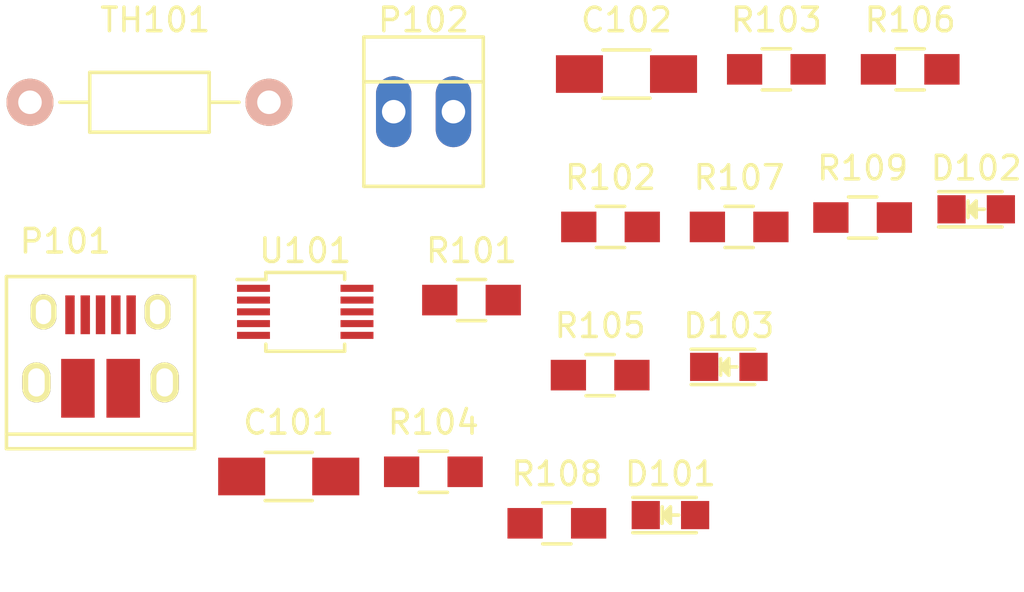
<source format=kicad_pcb>
(kicad_pcb (version 4) (host pcbnew 4.0.2-stable)

  (general
    (links 38)
    (no_connects 38)
    (area 0 0 0 0)
    (thickness 1.6)
    (drawings 0)
    (tracks 0)
    (zones 0)
    (modules 18)
    (nets 16)
  )

  (page A4)
  (layers
    (0 F.Cu signal)
    (31 B.Cu signal)
    (32 B.Adhes user)
    (33 F.Adhes user)
    (34 B.Paste user)
    (35 F.Paste user)
    (36 B.SilkS user)
    (37 F.SilkS user)
    (38 B.Mask user)
    (39 F.Mask user)
    (40 Dwgs.User user)
    (41 Cmts.User user)
    (42 Eco1.User user)
    (43 Eco2.User user)
    (44 Edge.Cuts user)
    (45 Margin user)
    (46 B.CrtYd user)
    (47 F.CrtYd user)
    (48 B.Fab user)
    (49 F.Fab user)
  )

  (setup
    (last_trace_width 0.25)
    (trace_clearance 0.2)
    (zone_clearance 0.508)
    (zone_45_only no)
    (trace_min 0.2)
    (segment_width 0.2)
    (edge_width 0.15)
    (via_size 0.6)
    (via_drill 0.4)
    (via_min_size 0.4)
    (via_min_drill 0.3)
    (uvia_size 0.3)
    (uvia_drill 0.1)
    (uvias_allowed no)
    (uvia_min_size 0.2)
    (uvia_min_drill 0.1)
    (pcb_text_width 0.3)
    (pcb_text_size 1.5 1.5)
    (mod_edge_width 0.15)
    (mod_text_size 1 1)
    (mod_text_width 0.15)
    (pad_size 1.524 1.524)
    (pad_drill 0.762)
    (pad_to_mask_clearance 0.2)
    (aux_axis_origin 0 0)
    (visible_elements FFFFFF7F)
    (pcbplotparams
      (layerselection 0x00030_80000001)
      (usegerberextensions false)
      (excludeedgelayer true)
      (linewidth 0.100000)
      (plotframeref false)
      (viasonmask false)
      (mode 1)
      (useauxorigin false)
      (hpglpennumber 1)
      (hpglpenspeed 20)
      (hpglpendiameter 15)
      (hpglpenoverlay 2)
      (psnegative false)
      (psa4output false)
      (plotreference true)
      (plotvalue true)
      (plotinvisibletext false)
      (padsonsilk false)
      (subtractmaskfromsilk false)
      (outputformat 1)
      (mirror false)
      (drillshape 1)
      (scaleselection 1)
      (outputdirectory ""))
  )

  (net 0 "")
  (net 1 /Vdd)
  (net 2 GND)
  (net 3 /Vbat)
  (net 4 "Net-(D101-Pad1)")
  (net 5 "Net-(D102-Pad1)")
  (net 6 "Net-(D103-Pad1)")
  (net 7 "Net-(P101-Pad2)")
  (net 8 "Net-(P101-Pad3)")
  (net 9 "Net-(P101-Pad4)")
  (net 10 "Net-(R104-Pad2)")
  (net 11 "Net-(R105-Pad2)")
  (net 12 "Net-(R106-Pad2)")
  (net 13 "Net-(R107-Pad1)")
  (net 14 "Net-(R108-Pad1)")
  (net 15 "Net-(R108-Pad2)")

  (net_class Default "This is the default net class."
    (clearance 0.2)
    (trace_width 0.25)
    (via_dia 0.6)
    (via_drill 0.4)
    (uvia_dia 0.3)
    (uvia_drill 0.1)
    (add_net /Vbat)
    (add_net /Vdd)
    (add_net GND)
    (add_net "Net-(D101-Pad1)")
    (add_net "Net-(D102-Pad1)")
    (add_net "Net-(D103-Pad1)")
    (add_net "Net-(P101-Pad2)")
    (add_net "Net-(P101-Pad3)")
    (add_net "Net-(P101-Pad4)")
    (add_net "Net-(R104-Pad2)")
    (add_net "Net-(R105-Pad2)")
    (add_net "Net-(R106-Pad2)")
    (add_net "Net-(R107-Pad1)")
    (add_net "Net-(R108-Pad1)")
    (add_net "Net-(R108-Pad2)")
  )

  (module LEDs:LED_0805 (layer F.Cu) (tedit 55BDE1C2) (tstamp 57DABDF1)
    (at 205.868571 134.697)
    (descr "LED 0805 smd package")
    (tags "LED 0805 SMD")
    (path /57DAA6FA)
    (attr smd)
    (fp_text reference D101 (at 0 -1.75) (layer F.SilkS)
      (effects (font (size 1 1) (thickness 0.15)))
    )
    (fp_text value LED (at 0 1.75) (layer F.Fab)
      (effects (font (size 1 1) (thickness 0.15)))
    )
    (fp_line (start -1.6 0.75) (end 1.1 0.75) (layer F.SilkS) (width 0.15))
    (fp_line (start -1.6 -0.75) (end 1.1 -0.75) (layer F.SilkS) (width 0.15))
    (fp_line (start -0.1 0.15) (end -0.1 -0.1) (layer F.SilkS) (width 0.15))
    (fp_line (start -0.1 -0.1) (end -0.25 0.05) (layer F.SilkS) (width 0.15))
    (fp_line (start -0.35 -0.35) (end -0.35 0.35) (layer F.SilkS) (width 0.15))
    (fp_line (start 0 0) (end 0.35 0) (layer F.SilkS) (width 0.15))
    (fp_line (start -0.35 0) (end 0 -0.35) (layer F.SilkS) (width 0.15))
    (fp_line (start 0 -0.35) (end 0 0.35) (layer F.SilkS) (width 0.15))
    (fp_line (start 0 0.35) (end -0.35 0) (layer F.SilkS) (width 0.15))
    (fp_line (start 1.9 -0.95) (end 1.9 0.95) (layer F.CrtYd) (width 0.05))
    (fp_line (start 1.9 0.95) (end -1.9 0.95) (layer F.CrtYd) (width 0.05))
    (fp_line (start -1.9 0.95) (end -1.9 -0.95) (layer F.CrtYd) (width 0.05))
    (fp_line (start -1.9 -0.95) (end 1.9 -0.95) (layer F.CrtYd) (width 0.05))
    (pad 2 smd rect (at 1.04902 0 180) (size 1.19888 1.19888) (layers F.Cu F.Paste F.Mask)
      (net 1 /Vdd))
    (pad 1 smd rect (at -1.04902 0 180) (size 1.19888 1.19888) (layers F.Cu F.Paste F.Mask)
      (net 4 "Net-(D101-Pad1)"))
    (model LEDs.3dshapes/LED_0805.wrl
      (at (xyz 0 0 0))
      (scale (xyz 1 1 1))
      (rotate (xyz 0 0 0))
    )
  )

  (module LEDs:LED_0805 (layer F.Cu) (tedit 55BDE1C2) (tstamp 57DABDF7)
    (at 218.868571 121.697)
    (descr "LED 0805 smd package")
    (tags "LED 0805 SMD")
    (path /57DAA6C5)
    (attr smd)
    (fp_text reference D102 (at 0 -1.75) (layer F.SilkS)
      (effects (font (size 1 1) (thickness 0.15)))
    )
    (fp_text value LED (at 0 1.75) (layer F.Fab)
      (effects (font (size 1 1) (thickness 0.15)))
    )
    (fp_line (start -1.6 0.75) (end 1.1 0.75) (layer F.SilkS) (width 0.15))
    (fp_line (start -1.6 -0.75) (end 1.1 -0.75) (layer F.SilkS) (width 0.15))
    (fp_line (start -0.1 0.15) (end -0.1 -0.1) (layer F.SilkS) (width 0.15))
    (fp_line (start -0.1 -0.1) (end -0.25 0.05) (layer F.SilkS) (width 0.15))
    (fp_line (start -0.35 -0.35) (end -0.35 0.35) (layer F.SilkS) (width 0.15))
    (fp_line (start 0 0) (end 0.35 0) (layer F.SilkS) (width 0.15))
    (fp_line (start -0.35 0) (end 0 -0.35) (layer F.SilkS) (width 0.15))
    (fp_line (start 0 -0.35) (end 0 0.35) (layer F.SilkS) (width 0.15))
    (fp_line (start 0 0.35) (end -0.35 0) (layer F.SilkS) (width 0.15))
    (fp_line (start 1.9 -0.95) (end 1.9 0.95) (layer F.CrtYd) (width 0.05))
    (fp_line (start 1.9 0.95) (end -1.9 0.95) (layer F.CrtYd) (width 0.05))
    (fp_line (start -1.9 0.95) (end -1.9 -0.95) (layer F.CrtYd) (width 0.05))
    (fp_line (start -1.9 -0.95) (end 1.9 -0.95) (layer F.CrtYd) (width 0.05))
    (pad 2 smd rect (at 1.04902 0 180) (size 1.19888 1.19888) (layers F.Cu F.Paste F.Mask)
      (net 1 /Vdd))
    (pad 1 smd rect (at -1.04902 0 180) (size 1.19888 1.19888) (layers F.Cu F.Paste F.Mask)
      (net 5 "Net-(D102-Pad1)"))
    (model LEDs.3dshapes/LED_0805.wrl
      (at (xyz 0 0 0))
      (scale (xyz 1 1 1))
      (rotate (xyz 0 0 0))
    )
  )

  (module LEDs:LED_0805 (layer F.Cu) (tedit 55BDE1C2) (tstamp 57DABDFD)
    (at 208.351428 128.397)
    (descr "LED 0805 smd package")
    (tags "LED 0805 SMD")
    (path /57DAA633)
    (attr smd)
    (fp_text reference D103 (at 0 -1.75) (layer F.SilkS)
      (effects (font (size 1 1) (thickness 0.15)))
    )
    (fp_text value NOPOP (at 0 1.75) (layer F.Fab)
      (effects (font (size 1 1) (thickness 0.15)))
    )
    (fp_line (start -1.6 0.75) (end 1.1 0.75) (layer F.SilkS) (width 0.15))
    (fp_line (start -1.6 -0.75) (end 1.1 -0.75) (layer F.SilkS) (width 0.15))
    (fp_line (start -0.1 0.15) (end -0.1 -0.1) (layer F.SilkS) (width 0.15))
    (fp_line (start -0.1 -0.1) (end -0.25 0.05) (layer F.SilkS) (width 0.15))
    (fp_line (start -0.35 -0.35) (end -0.35 0.35) (layer F.SilkS) (width 0.15))
    (fp_line (start 0 0) (end 0.35 0) (layer F.SilkS) (width 0.15))
    (fp_line (start -0.35 0) (end 0 -0.35) (layer F.SilkS) (width 0.15))
    (fp_line (start 0 -0.35) (end 0 0.35) (layer F.SilkS) (width 0.15))
    (fp_line (start 0 0.35) (end -0.35 0) (layer F.SilkS) (width 0.15))
    (fp_line (start 1.9 -0.95) (end 1.9 0.95) (layer F.CrtYd) (width 0.05))
    (fp_line (start 1.9 0.95) (end -1.9 0.95) (layer F.CrtYd) (width 0.05))
    (fp_line (start -1.9 0.95) (end -1.9 -0.95) (layer F.CrtYd) (width 0.05))
    (fp_line (start -1.9 -0.95) (end 1.9 -0.95) (layer F.CrtYd) (width 0.05))
    (pad 2 smd rect (at 1.04902 0 180) (size 1.19888 1.19888) (layers F.Cu F.Paste F.Mask)
      (net 1 /Vdd))
    (pad 1 smd rect (at -1.04902 0 180) (size 1.19888 1.19888) (layers F.Cu F.Paste F.Mask)
      (net 6 "Net-(D103-Pad1)"))
    (model LEDs.3dshapes/LED_0805.wrl
      (at (xyz 0 0 0))
      (scale (xyz 1 1 1))
      (rotate (xyz 0 0 0))
    )
  )

  (module Connect:USB_Micro-B_10103594-0001LF (layer F.Cu) (tedit 560290CC) (tstamp 57DABE0C)
    (at 181.640001 127.682)
    (descr "Micro USB Type B 10103594-0001LF")
    (tags "USB USB_B USB_micro USB_OTG")
    (path /57DAAD1C)
    (attr smd)
    (fp_text reference P101 (at -1.5 -4.625) (layer F.SilkS)
      (effects (font (size 1 1) (thickness 0.15)))
    )
    (fp_text value USB_OTG (at 0 6.175) (layer F.Fab)
      (effects (font (size 1 1) (thickness 0.15)))
    )
    (fp_line (start -4.25 -3.4) (end 4.25 -3.4) (layer F.CrtYd) (width 0.05))
    (fp_line (start 4.25 -3.4) (end 4.25 4.45) (layer F.CrtYd) (width 0.05))
    (fp_line (start 4.25 4.45) (end -4.25 4.45) (layer F.CrtYd) (width 0.05))
    (fp_line (start -4.25 4.45) (end -4.25 -3.4) (layer F.CrtYd) (width 0.05))
    (fp_line (start -4 4.195) (end 4 4.195) (layer F.SilkS) (width 0.15))
    (fp_line (start -4 -3.125) (end 4 -3.125) (layer F.SilkS) (width 0.15))
    (fp_line (start 4 -3.125) (end 4 4.195) (layer F.SilkS) (width 0.15))
    (fp_line (start 4 3.575) (end -4 3.575) (layer F.SilkS) (width 0.15))
    (fp_line (start -4 4.195) (end -4 -3.125) (layer F.SilkS) (width 0.15))
    (pad 1 smd rect (at -1.3 -1.5 90) (size 1.65 0.4) (layers F.Cu F.Paste F.Mask)
      (net 1 /Vdd))
    (pad 2 smd rect (at -0.65 -1.5 90) (size 1.65 0.4) (layers F.Cu F.Paste F.Mask)
      (net 7 "Net-(P101-Pad2)"))
    (pad 3 smd rect (at -0.0009 -1.5 90) (size 1.65 0.4) (layers F.Cu F.Paste F.Mask)
      (net 8 "Net-(P101-Pad3)"))
    (pad 4 smd rect (at 0.65 -1.5 90) (size 1.65 0.4) (layers F.Cu F.Paste F.Mask)
      (net 9 "Net-(P101-Pad4)"))
    (pad 5 smd rect (at 1.3 -1.5 90) (size 1.65 0.4) (layers F.Cu F.Paste F.Mask)
      (net 2 GND))
    (pad 6 thru_hole oval (at -2.425 -1.625 90) (size 1.5 1.1) (drill oval 1.05 0.65) (layers *.Cu *.Mask F.SilkS)
      (net 2 GND))
    (pad 6 thru_hole oval (at 2.425 -1.625 90) (size 1.5 1.1) (drill oval 1.05 0.65) (layers *.Cu *.Mask F.SilkS)
      (net 2 GND))
    (pad 6 thru_hole oval (at -2.725 1.375 90) (size 1.7 1.2) (drill oval 1.2 0.7) (layers *.Cu *.Mask F.SilkS)
      (net 2 GND))
    (pad 6 thru_hole oval (at 2.725 1.375 90) (size 1.7 1.2) (drill oval 1.2 0.7) (layers *.Cu *.Mask F.SilkS)
      (net 2 GND))
    (pad 6 smd rect (at -0.9625 1.625 90) (size 2.5 1.425) (layers F.Cu F.Paste F.Mask)
      (net 2 GND))
    (pad 6 smd rect (at 0.9625 1.625 90) (size 2.5 1.425) (layers F.Cu F.Paste F.Mask)
      (net 2 GND))
  )

  (module Resistors_SMD:R_0805_HandSoldering (layer F.Cu) (tedit 54189DEE) (tstamp 57DABE12)
    (at 197.411428 125.557)
    (descr "Resistor SMD 0805, hand soldering")
    (tags "resistor 0805")
    (path /57DAB13C)
    (attr smd)
    (fp_text reference R101 (at 0 -2.1) (layer F.SilkS)
      (effects (font (size 1 1) (thickness 0.15)))
    )
    (fp_text value NOPOP (at 0 2.1) (layer F.Fab)
      (effects (font (size 1 1) (thickness 0.15)))
    )
    (fp_line (start -2.4 -1) (end 2.4 -1) (layer F.CrtYd) (width 0.05))
    (fp_line (start -2.4 1) (end 2.4 1) (layer F.CrtYd) (width 0.05))
    (fp_line (start -2.4 -1) (end -2.4 1) (layer F.CrtYd) (width 0.05))
    (fp_line (start 2.4 -1) (end 2.4 1) (layer F.CrtYd) (width 0.05))
    (fp_line (start 0.6 0.875) (end -0.6 0.875) (layer F.SilkS) (width 0.15))
    (fp_line (start -0.6 -0.875) (end 0.6 -0.875) (layer F.SilkS) (width 0.15))
    (pad 1 smd rect (at -1.35 0) (size 1.5 1.3) (layers F.Cu F.Paste F.Mask)
      (net 1 /Vdd))
    (pad 2 smd rect (at 1.35 0) (size 1.5 1.3) (layers F.Cu F.Paste F.Mask)
      (net 7 "Net-(P101-Pad2)"))
    (model Resistors_SMD.3dshapes/R_0805_HandSoldering.wrl
      (at (xyz 0 0 0))
      (scale (xyz 1 1 1))
      (rotate (xyz 0 0 0))
    )
  )

  (module Resistors_SMD:R_0805_HandSoldering (layer F.Cu) (tedit 54189DEE) (tstamp 57DABE18)
    (at 203.321428 122.447)
    (descr "Resistor SMD 0805, hand soldering")
    (tags "resistor 0805")
    (path /57DAB17F)
    (attr smd)
    (fp_text reference R102 (at 0 -2.1) (layer F.SilkS)
      (effects (font (size 1 1) (thickness 0.15)))
    )
    (fp_text value NOPOP (at 0 2.1) (layer F.Fab)
      (effects (font (size 1 1) (thickness 0.15)))
    )
    (fp_line (start -2.4 -1) (end 2.4 -1) (layer F.CrtYd) (width 0.05))
    (fp_line (start -2.4 1) (end 2.4 1) (layer F.CrtYd) (width 0.05))
    (fp_line (start -2.4 -1) (end -2.4 1) (layer F.CrtYd) (width 0.05))
    (fp_line (start 2.4 -1) (end 2.4 1) (layer F.CrtYd) (width 0.05))
    (fp_line (start 0.6 0.875) (end -0.6 0.875) (layer F.SilkS) (width 0.15))
    (fp_line (start -0.6 -0.875) (end 0.6 -0.875) (layer F.SilkS) (width 0.15))
    (pad 1 smd rect (at -1.35 0) (size 1.5 1.3) (layers F.Cu F.Paste F.Mask)
      (net 1 /Vdd))
    (pad 2 smd rect (at 1.35 0) (size 1.5 1.3) (layers F.Cu F.Paste F.Mask)
      (net 8 "Net-(P101-Pad3)"))
    (model Resistors_SMD.3dshapes/R_0805_HandSoldering.wrl
      (at (xyz 0 0 0))
      (scale (xyz 1 1 1))
      (rotate (xyz 0 0 0))
    )
  )

  (module Resistors_SMD:R_0805_HandSoldering (layer F.Cu) (tedit 54189DEE) (tstamp 57DABE1E)
    (at 210.371428 115.747)
    (descr "Resistor SMD 0805, hand soldering")
    (tags "resistor 0805")
    (path /57DAB0D5)
    (attr smd)
    (fp_text reference R103 (at 0 -2.1) (layer F.SilkS)
      (effects (font (size 1 1) (thickness 0.15)))
    )
    (fp_text value NOPOP (at 0 2.1) (layer F.Fab)
      (effects (font (size 1 1) (thickness 0.15)))
    )
    (fp_line (start -2.4 -1) (end 2.4 -1) (layer F.CrtYd) (width 0.05))
    (fp_line (start -2.4 1) (end 2.4 1) (layer F.CrtYd) (width 0.05))
    (fp_line (start -2.4 -1) (end -2.4 1) (layer F.CrtYd) (width 0.05))
    (fp_line (start 2.4 -1) (end 2.4 1) (layer F.CrtYd) (width 0.05))
    (fp_line (start 0.6 0.875) (end -0.6 0.875) (layer F.SilkS) (width 0.15))
    (fp_line (start -0.6 -0.875) (end 0.6 -0.875) (layer F.SilkS) (width 0.15))
    (pad 1 smd rect (at -1.35 0) (size 1.5 1.3) (layers F.Cu F.Paste F.Mask)
      (net 1 /Vdd))
    (pad 2 smd rect (at 1.35 0) (size 1.5 1.3) (layers F.Cu F.Paste F.Mask)
      (net 9 "Net-(P101-Pad4)"))
    (model Resistors_SMD.3dshapes/R_0805_HandSoldering.wrl
      (at (xyz 0 0 0))
      (scale (xyz 1 1 1))
      (rotate (xyz 0 0 0))
    )
  )

  (module Resistors_SMD:R_0805_HandSoldering (layer F.Cu) (tedit 54189DEE) (tstamp 57DABE24)
    (at 195.790001 132.857)
    (descr "Resistor SMD 0805, hand soldering")
    (tags "resistor 0805")
    (path /57DAA312)
    (attr smd)
    (fp_text reference R104 (at 0 -2.1) (layer F.SilkS)
      (effects (font (size 1 1) (thickness 0.15)))
    )
    (fp_text value 470 (at 0 2.1) (layer F.Fab)
      (effects (font (size 1 1) (thickness 0.15)))
    )
    (fp_line (start -2.4 -1) (end 2.4 -1) (layer F.CrtYd) (width 0.05))
    (fp_line (start -2.4 1) (end 2.4 1) (layer F.CrtYd) (width 0.05))
    (fp_line (start -2.4 -1) (end -2.4 1) (layer F.CrtYd) (width 0.05))
    (fp_line (start 2.4 -1) (end 2.4 1) (layer F.CrtYd) (width 0.05))
    (fp_line (start 0.6 0.875) (end -0.6 0.875) (layer F.SilkS) (width 0.15))
    (fp_line (start -0.6 -0.875) (end 0.6 -0.875) (layer F.SilkS) (width 0.15))
    (pad 1 smd rect (at -1.35 0) (size 1.5 1.3) (layers F.Cu F.Paste F.Mask)
      (net 4 "Net-(D101-Pad1)"))
    (pad 2 smd rect (at 1.35 0) (size 1.5 1.3) (layers F.Cu F.Paste F.Mask)
      (net 10 "Net-(R104-Pad2)"))
    (model Resistors_SMD.3dshapes/R_0805_HandSoldering.wrl
      (at (xyz 0 0 0))
      (scale (xyz 1 1 1))
      (rotate (xyz 0 0 0))
    )
  )

  (module Resistors_SMD:R_0805_HandSoldering (layer F.Cu) (tedit 54189DEE) (tstamp 57DABE2A)
    (at 202.880001 128.747)
    (descr "Resistor SMD 0805, hand soldering")
    (tags "resistor 0805")
    (path /57DAA2E1)
    (attr smd)
    (fp_text reference R105 (at 0 -2.1) (layer F.SilkS)
      (effects (font (size 1 1) (thickness 0.15)))
    )
    (fp_text value 470 (at 0 2.1) (layer F.Fab)
      (effects (font (size 1 1) (thickness 0.15)))
    )
    (fp_line (start -2.4 -1) (end 2.4 -1) (layer F.CrtYd) (width 0.05))
    (fp_line (start -2.4 1) (end 2.4 1) (layer F.CrtYd) (width 0.05))
    (fp_line (start -2.4 -1) (end -2.4 1) (layer F.CrtYd) (width 0.05))
    (fp_line (start 2.4 -1) (end 2.4 1) (layer F.CrtYd) (width 0.05))
    (fp_line (start 0.6 0.875) (end -0.6 0.875) (layer F.SilkS) (width 0.15))
    (fp_line (start -0.6 -0.875) (end 0.6 -0.875) (layer F.SilkS) (width 0.15))
    (pad 1 smd rect (at -1.35 0) (size 1.5 1.3) (layers F.Cu F.Paste F.Mask)
      (net 5 "Net-(D102-Pad1)"))
    (pad 2 smd rect (at 1.35 0) (size 1.5 1.3) (layers F.Cu F.Paste F.Mask)
      (net 11 "Net-(R105-Pad2)"))
    (model Resistors_SMD.3dshapes/R_0805_HandSoldering.wrl
      (at (xyz 0 0 0))
      (scale (xyz 1 1 1))
      (rotate (xyz 0 0 0))
    )
  )

  (module Resistors_SMD:R_0805_HandSoldering (layer F.Cu) (tedit 54189DEE) (tstamp 57DABE30)
    (at 216.061428 115.747)
    (descr "Resistor SMD 0805, hand soldering")
    (tags "resistor 0805")
    (path /57DAA1FC)
    (attr smd)
    (fp_text reference R106 (at 0 -2.1) (layer F.SilkS)
      (effects (font (size 1 1) (thickness 0.15)))
    )
    (fp_text value NOPOP (at 0 2.1) (layer F.Fab)
      (effects (font (size 1 1) (thickness 0.15)))
    )
    (fp_line (start -2.4 -1) (end 2.4 -1) (layer F.CrtYd) (width 0.05))
    (fp_line (start -2.4 1) (end 2.4 1) (layer F.CrtYd) (width 0.05))
    (fp_line (start -2.4 -1) (end -2.4 1) (layer F.CrtYd) (width 0.05))
    (fp_line (start 2.4 -1) (end 2.4 1) (layer F.CrtYd) (width 0.05))
    (fp_line (start 0.6 0.875) (end -0.6 0.875) (layer F.SilkS) (width 0.15))
    (fp_line (start -0.6 -0.875) (end 0.6 -0.875) (layer F.SilkS) (width 0.15))
    (pad 1 smd rect (at -1.35 0) (size 1.5 1.3) (layers F.Cu F.Paste F.Mask)
      (net 6 "Net-(D103-Pad1)"))
    (pad 2 smd rect (at 1.35 0) (size 1.5 1.3) (layers F.Cu F.Paste F.Mask)
      (net 12 "Net-(R106-Pad2)"))
    (model Resistors_SMD.3dshapes/R_0805_HandSoldering.wrl
      (at (xyz 0 0 0))
      (scale (xyz 1 1 1))
      (rotate (xyz 0 0 0))
    )
  )

  (module Resistors_SMD:R_0805_HandSoldering (layer F.Cu) (tedit 54189DEE) (tstamp 57DABE36)
    (at 208.790001 122.447)
    (descr "Resistor SMD 0805, hand soldering")
    (tags "resistor 0805")
    (path /57DAA130)
    (attr smd)
    (fp_text reference R107 (at 0 -2.1) (layer F.SilkS)
      (effects (font (size 1 1) (thickness 0.15)))
    )
    (fp_text value 38.3R (at 0 2.1) (layer F.Fab)
      (effects (font (size 1 1) (thickness 0.15)))
    )
    (fp_line (start -2.4 -1) (end 2.4 -1) (layer F.CrtYd) (width 0.05))
    (fp_line (start -2.4 1) (end 2.4 1) (layer F.CrtYd) (width 0.05))
    (fp_line (start -2.4 -1) (end -2.4 1) (layer F.CrtYd) (width 0.05))
    (fp_line (start 2.4 -1) (end 2.4 1) (layer F.CrtYd) (width 0.05))
    (fp_line (start 0.6 0.875) (end -0.6 0.875) (layer F.SilkS) (width 0.15))
    (fp_line (start -0.6 -0.875) (end 0.6 -0.875) (layer F.SilkS) (width 0.15))
    (pad 1 smd rect (at -1.35 0) (size 1.5 1.3) (layers F.Cu F.Paste F.Mask)
      (net 13 "Net-(R107-Pad1)"))
    (pad 2 smd rect (at 1.35 0) (size 1.5 1.3) (layers F.Cu F.Paste F.Mask)
      (net 2 GND))
    (model Resistors_SMD.3dshapes/R_0805_HandSoldering.wrl
      (at (xyz 0 0 0))
      (scale (xyz 1 1 1))
      (rotate (xyz 0 0 0))
    )
  )

  (module Resistors_SMD:R_0805_HandSoldering (layer F.Cu) (tedit 54189DEE) (tstamp 57DABE3C)
    (at 201.040001 135.047)
    (descr "Resistor SMD 0805, hand soldering")
    (tags "resistor 0805")
    (path /57DAA19D)
    (attr smd)
    (fp_text reference R108 (at 0 -2.1) (layer F.SilkS)
      (effects (font (size 1 1) (thickness 0.15)))
    )
    (fp_text value 0R (at 0 2.1) (layer F.Fab)
      (effects (font (size 1 1) (thickness 0.15)))
    )
    (fp_line (start -2.4 -1) (end 2.4 -1) (layer F.CrtYd) (width 0.05))
    (fp_line (start -2.4 1) (end 2.4 1) (layer F.CrtYd) (width 0.05))
    (fp_line (start -2.4 -1) (end -2.4 1) (layer F.CrtYd) (width 0.05))
    (fp_line (start 2.4 -1) (end 2.4 1) (layer F.CrtYd) (width 0.05))
    (fp_line (start 0.6 0.875) (end -0.6 0.875) (layer F.SilkS) (width 0.15))
    (fp_line (start -0.6 -0.875) (end 0.6 -0.875) (layer F.SilkS) (width 0.15))
    (pad 1 smd rect (at -1.35 0) (size 1.5 1.3) (layers F.Cu F.Paste F.Mask)
      (net 14 "Net-(R108-Pad1)"))
    (pad 2 smd rect (at 1.35 0) (size 1.5 1.3) (layers F.Cu F.Paste F.Mask)
      (net 15 "Net-(R108-Pad2)"))
    (model Resistors_SMD.3dshapes/R_0805_HandSoldering.wrl
      (at (xyz 0 0 0))
      (scale (xyz 1 1 1))
      (rotate (xyz 0 0 0))
    )
  )

  (module Resistors_SMD:R_0805_HandSoldering (layer F.Cu) (tedit 54189DEE) (tstamp 57DABE42)
    (at 214.040001 122.047)
    (descr "Resistor SMD 0805, hand soldering")
    (tags "resistor 0805")
    (path /57DAA1D4)
    (attr smd)
    (fp_text reference R109 (at 0 -2.1) (layer F.SilkS)
      (effects (font (size 1 1) (thickness 0.15)))
    )
    (fp_text value 10K (at 0 2.1) (layer F.Fab)
      (effects (font (size 1 1) (thickness 0.15)))
    )
    (fp_line (start -2.4 -1) (end 2.4 -1) (layer F.CrtYd) (width 0.05))
    (fp_line (start -2.4 1) (end 2.4 1) (layer F.CrtYd) (width 0.05))
    (fp_line (start -2.4 -1) (end -2.4 1) (layer F.CrtYd) (width 0.05))
    (fp_line (start 2.4 -1) (end 2.4 1) (layer F.CrtYd) (width 0.05))
    (fp_line (start 0.6 0.875) (end -0.6 0.875) (layer F.SilkS) (width 0.15))
    (fp_line (start -0.6 -0.875) (end 0.6 -0.875) (layer F.SilkS) (width 0.15))
    (pad 1 smd rect (at -1.35 0) (size 1.5 1.3) (layers F.Cu F.Paste F.Mask)
      (net 2 GND))
    (pad 2 smd rect (at 1.35 0) (size 1.5 1.3) (layers F.Cu F.Paste F.Mask)
      (net 14 "Net-(R108-Pad1)"))
    (model Resistors_SMD.3dshapes/R_0805_HandSoldering.wrl
      (at (xyz 0 0 0))
      (scale (xyz 1 1 1))
      (rotate (xyz 0 0 0))
    )
  )

  (module Resistors_ThroughHole:Resistor_Horizontal_RM10mm (layer F.Cu) (tedit 56648415) (tstamp 57DABE48)
    (at 178.640001 117.14712)
    (descr "Resistor, Axial,  RM 10mm, 1/3W")
    (tags "Resistor Axial RM 10mm 1/3W")
    (path /57DAA3A8)
    (fp_text reference TH101 (at 5.32892 -3.50012) (layer F.SilkS)
      (effects (font (size 1 1) (thickness 0.15)))
    )
    (fp_text value THERMISTOR (at 5.08 3.81) (layer F.Fab)
      (effects (font (size 1 1) (thickness 0.15)))
    )
    (fp_line (start -1.25 -1.5) (end 11.4 -1.5) (layer F.CrtYd) (width 0.05))
    (fp_line (start -1.25 1.5) (end -1.25 -1.5) (layer F.CrtYd) (width 0.05))
    (fp_line (start 11.4 -1.5) (end 11.4 1.5) (layer F.CrtYd) (width 0.05))
    (fp_line (start -1.25 1.5) (end 11.4 1.5) (layer F.CrtYd) (width 0.05))
    (fp_line (start 2.54 -1.27) (end 7.62 -1.27) (layer F.SilkS) (width 0.15))
    (fp_line (start 7.62 -1.27) (end 7.62 1.27) (layer F.SilkS) (width 0.15))
    (fp_line (start 7.62 1.27) (end 2.54 1.27) (layer F.SilkS) (width 0.15))
    (fp_line (start 2.54 1.27) (end 2.54 -1.27) (layer F.SilkS) (width 0.15))
    (fp_line (start 2.54 0) (end 1.27 0) (layer F.SilkS) (width 0.15))
    (fp_line (start 7.62 0) (end 8.89 0) (layer F.SilkS) (width 0.15))
    (pad 1 thru_hole circle (at 0 0) (size 1.99898 1.99898) (drill 1.00076) (layers *.Cu *.SilkS *.Mask)
      (net 14 "Net-(R108-Pad1)"))
    (pad 2 thru_hole circle (at 10.16 0) (size 1.99898 1.99898) (drill 1.00076) (layers *.Cu *.SilkS *.Mask)
      (net 2 GND))
    (model Resistors_ThroughHole.3dshapes/Resistor_Horizontal_RM10mm.wrl
      (at (xyz 0.2 0 0))
      (scale (xyz 0.4 0.4 0.4))
      (rotate (xyz 0 0 0))
    )
  )

  (module Capacitors_SMD:C_1206_HandSoldering (layer F.Cu) (tedit 541A9C03) (tstamp 57DAC016)
    (at 189.640001 133.057)
    (descr "Capacitor SMD 1206, hand soldering")
    (tags "capacitor 1206")
    (path /57DAAA1B)
    (attr smd)
    (fp_text reference C101 (at 0 -2.3) (layer F.SilkS)
      (effects (font (size 1 1) (thickness 0.15)))
    )
    (fp_text value 4.7U (at 0 2.3) (layer F.Fab)
      (effects (font (size 1 1) (thickness 0.15)))
    )
    (fp_line (start -3.3 -1.15) (end 3.3 -1.15) (layer F.CrtYd) (width 0.05))
    (fp_line (start -3.3 1.15) (end 3.3 1.15) (layer F.CrtYd) (width 0.05))
    (fp_line (start -3.3 -1.15) (end -3.3 1.15) (layer F.CrtYd) (width 0.05))
    (fp_line (start 3.3 -1.15) (end 3.3 1.15) (layer F.CrtYd) (width 0.05))
    (fp_line (start 1 -1.025) (end -1 -1.025) (layer F.SilkS) (width 0.15))
    (fp_line (start -1 1.025) (end 1 1.025) (layer F.SilkS) (width 0.15))
    (pad 1 smd rect (at -2 0) (size 2 1.6) (layers F.Cu F.Paste F.Mask)
      (net 1 /Vdd))
    (pad 2 smd rect (at 2 0) (size 2 1.6) (layers F.Cu F.Paste F.Mask)
      (net 2 GND))
    (model Capacitors_SMD.3dshapes/C_1206_HandSoldering.wrl
      (at (xyz 0 0 0))
      (scale (xyz 1 1 1))
      (rotate (xyz 0 0 0))
    )
  )

  (module Capacitors_SMD:C_1206_HandSoldering (layer F.Cu) (tedit 541A9C03) (tstamp 57DAC01B)
    (at 204.000001 115.947)
    (descr "Capacitor SMD 1206, hand soldering")
    (tags "capacitor 1206")
    (path /57DAA4B0)
    (attr smd)
    (fp_text reference C102 (at 0 -2.3) (layer F.SilkS)
      (effects (font (size 1 1) (thickness 0.15)))
    )
    (fp_text value 4.7U (at 0 2.3) (layer F.Fab)
      (effects (font (size 1 1) (thickness 0.15)))
    )
    (fp_line (start -3.3 -1.15) (end 3.3 -1.15) (layer F.CrtYd) (width 0.05))
    (fp_line (start -3.3 1.15) (end 3.3 1.15) (layer F.CrtYd) (width 0.05))
    (fp_line (start -3.3 -1.15) (end -3.3 1.15) (layer F.CrtYd) (width 0.05))
    (fp_line (start 3.3 -1.15) (end 3.3 1.15) (layer F.CrtYd) (width 0.05))
    (fp_line (start 1 -1.025) (end -1 -1.025) (layer F.SilkS) (width 0.15))
    (fp_line (start -1 1.025) (end 1 1.025) (layer F.SilkS) (width 0.15))
    (pad 1 smd rect (at -2 0) (size 2 1.6) (layers F.Cu F.Paste F.Mask)
      (net 3 /Vbat))
    (pad 2 smd rect (at 2 0) (size 2 1.6) (layers F.Cu F.Paste F.Mask)
      (net 2 GND))
    (model Capacitors_SMD.3dshapes/C_1206_HandSoldering.wrl
      (at (xyz 0 0 0))
      (scale (xyz 1 1 1))
      (rotate (xyz 0 0 0))
    )
  )

  (module Connect:PINHEAD1-2 (layer F.Cu) (tedit 0) (tstamp 57DAC025)
    (at 195.373333 117.547)
    (path /57DAA560)
    (attr virtual)
    (fp_text reference P102 (at 0 -3.9) (layer F.SilkS)
      (effects (font (size 1 1) (thickness 0.15)))
    )
    (fp_text value CONN_01X02 (at 0 3.81) (layer F.Fab)
      (effects (font (size 1 1) (thickness 0.15)))
    )
    (fp_line (start 2.54 -1.27) (end -2.54 -1.27) (layer F.SilkS) (width 0.15))
    (fp_line (start 2.54 3.175) (end -2.54 3.175) (layer F.SilkS) (width 0.15))
    (fp_line (start -2.54 -3.175) (end 2.54 -3.175) (layer F.SilkS) (width 0.15))
    (fp_line (start -2.54 -3.175) (end -2.54 3.175) (layer F.SilkS) (width 0.15))
    (fp_line (start 2.54 -3.175) (end 2.54 3.175) (layer F.SilkS) (width 0.15))
    (pad 1 thru_hole oval (at -1.27 0) (size 1.50622 3.01498) (drill 0.99822) (layers *.Cu *.Mask)
      (net 3 /Vbat))
    (pad 2 thru_hole oval (at 1.27 0) (size 1.50622 3.01498) (drill 0.99822) (layers *.Cu *.Mask)
      (net 2 GND))
  )

  (module Housings_SSOP:MSOP-10_3x3mm_Pitch0.5mm (layer F.Cu) (tedit 54130A77) (tstamp 57DAC033)
    (at 190.342381 126.057)
    (descr "10-Lead Plastic Micro Small Outline Package (MS) [MSOP] (see Microchip Packaging Specification 00000049BS.pdf)")
    (tags "SSOP 0.5")
    (path /57DAA0F0)
    (attr smd)
    (fp_text reference U101 (at 0 -2.6) (layer F.SilkS)
      (effects (font (size 1 1) (thickness 0.15)))
    )
    (fp_text value MCP73834 (at 0 2.6) (layer F.Fab)
      (effects (font (size 1 1) (thickness 0.15)))
    )
    (fp_line (start -3.15 -1.85) (end -3.15 1.85) (layer F.CrtYd) (width 0.05))
    (fp_line (start 3.15 -1.85) (end 3.15 1.85) (layer F.CrtYd) (width 0.05))
    (fp_line (start -3.15 -1.85) (end 3.15 -1.85) (layer F.CrtYd) (width 0.05))
    (fp_line (start -3.15 1.85) (end 3.15 1.85) (layer F.CrtYd) (width 0.05))
    (fp_line (start -1.675 -1.675) (end -1.675 -1.375) (layer F.SilkS) (width 0.15))
    (fp_line (start 1.675 -1.675) (end 1.675 -1.375) (layer F.SilkS) (width 0.15))
    (fp_line (start 1.675 1.675) (end 1.675 1.375) (layer F.SilkS) (width 0.15))
    (fp_line (start -1.675 1.675) (end -1.675 1.375) (layer F.SilkS) (width 0.15))
    (fp_line (start -1.675 -1.675) (end 1.675 -1.675) (layer F.SilkS) (width 0.15))
    (fp_line (start -1.675 1.675) (end 1.675 1.675) (layer F.SilkS) (width 0.15))
    (fp_line (start -1.675 -1.375) (end -2.9 -1.375) (layer F.SilkS) (width 0.15))
    (pad 1 smd rect (at -2.2 -1) (size 1.4 0.3) (layers F.Cu F.Paste F.Mask)
      (net 1 /Vdd))
    (pad 2 smd rect (at -2.2 -0.5) (size 1.4 0.3) (layers F.Cu F.Paste F.Mask)
      (net 1 /Vdd))
    (pad 3 smd rect (at -2.2 0) (size 1.4 0.3) (layers F.Cu F.Paste F.Mask)
      (net 10 "Net-(R104-Pad2)"))
    (pad 4 smd rect (at -2.2 0.5) (size 1.4 0.3) (layers F.Cu F.Paste F.Mask)
      (net 11 "Net-(R105-Pad2)"))
    (pad 5 smd rect (at -2.2 1) (size 1.4 0.3) (layers F.Cu F.Paste F.Mask)
      (net 2 GND))
    (pad 6 smd rect (at 2.2 1) (size 1.4 0.3) (layers F.Cu F.Paste F.Mask)
      (net 13 "Net-(R107-Pad1)"))
    (pad 7 smd rect (at 2.2 0.5) (size 1.4 0.3) (layers F.Cu F.Paste F.Mask)
      (net 12 "Net-(R106-Pad2)"))
    (pad 8 smd rect (at 2.2 0) (size 1.4 0.3) (layers F.Cu F.Paste F.Mask)
      (net 15 "Net-(R108-Pad2)"))
    (pad 9 smd rect (at 2.2 -0.5) (size 1.4 0.3) (layers F.Cu F.Paste F.Mask)
      (net 3 /Vbat))
    (pad 10 smd rect (at 2.2 -1) (size 1.4 0.3) (layers F.Cu F.Paste F.Mask)
      (net 3 /Vbat))
    (model Housings_SSOP.3dshapes/MSOP-10_3x3mm_Pitch0.5mm.wrl
      (at (xyz 0 0 0))
      (scale (xyz 1 1 1))
      (rotate (xyz 0 0 0))
    )
  )

)

</source>
